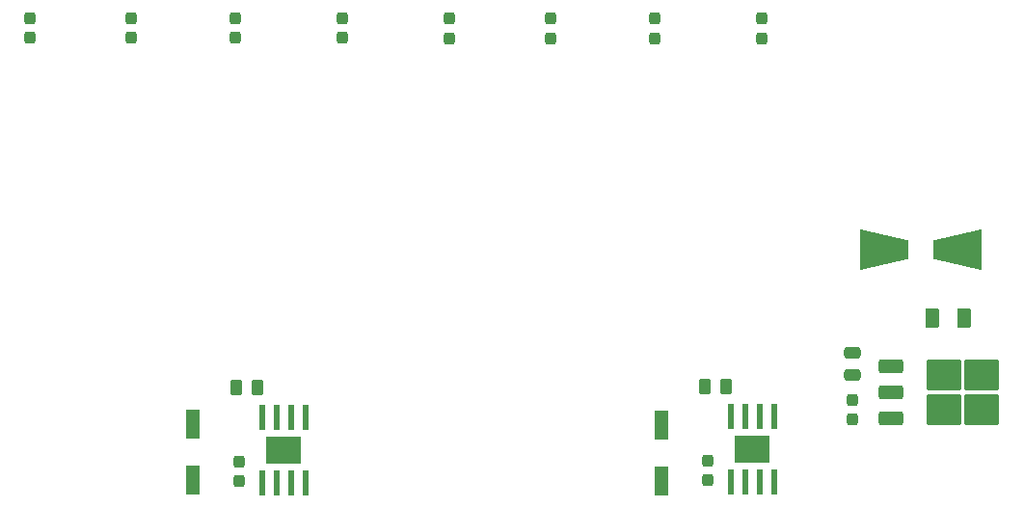
<source format=gtp>
G04 #@! TF.GenerationSoftware,KiCad,Pcbnew,7.0.7*
G04 #@! TF.CreationDate,2024-05-14T17:55:04+07:00*
G04 #@! TF.ProjectId,frankii round 2,6672616e-6b69-4692-9072-6f756e642032,rev?*
G04 #@! TF.SameCoordinates,Original*
G04 #@! TF.FileFunction,Paste,Top*
G04 #@! TF.FilePolarity,Positive*
%FSLAX46Y46*%
G04 Gerber Fmt 4.6, Leading zero omitted, Abs format (unit mm)*
G04 Created by KiCad (PCBNEW 7.0.7) date 2024-05-14 17:55:04*
%MOMM*%
%LPD*%
G01*
G04 APERTURE LIST*
G04 Aperture macros list*
%AMRoundRect*
0 Rectangle with rounded corners*
0 $1 Rounding radius*
0 $2 $3 $4 $5 $6 $7 $8 $9 X,Y pos of 4 corners*
0 Add a 4 corners polygon primitive as box body*
4,1,4,$2,$3,$4,$5,$6,$7,$8,$9,$2,$3,0*
0 Add four circle primitives for the rounded corners*
1,1,$1+$1,$2,$3*
1,1,$1+$1,$4,$5*
1,1,$1+$1,$6,$7*
1,1,$1+$1,$8,$9*
0 Add four rect primitives between the rounded corners*
20,1,$1+$1,$2,$3,$4,$5,0*
20,1,$1+$1,$4,$5,$6,$7,0*
20,1,$1+$1,$6,$7,$8,$9,0*
20,1,$1+$1,$8,$9,$2,$3,0*%
%AMOutline4P*
0 Free polygon, 4 corners , with rotation*
0 The origin of the aperture is its center*
0 number of corners: always 4*
0 $1 to $8 corner X, Y*
0 $9 Rotation angle, in degrees counterclockwise*
0 create outline with 4 corners*
4,1,4,$1,$2,$3,$4,$5,$6,$7,$8,$1,$2,$9*%
G04 Aperture macros list end*
%ADD10Outline4P,-2.150000X-1.800000X2.150000X-0.800000X2.150000X0.800000X-2.150000X1.800000X180.000000*%
%ADD11Outline4P,-2.150000X-1.800000X2.150000X-0.800000X2.150000X0.800000X-2.150000X1.800000X0.000000*%
%ADD12RoundRect,0.250000X-0.850000X-0.350000X0.850000X-0.350000X0.850000X0.350000X-0.850000X0.350000X0*%
%ADD13RoundRect,0.250000X-1.275000X-1.125000X1.275000X-1.125000X1.275000X1.125000X-1.275000X1.125000X0*%
%ADD14RoundRect,0.250000X-0.262500X-0.450000X0.262500X-0.450000X0.262500X0.450000X-0.262500X0.450000X0*%
%ADD15R,3.100000X2.400000*%
%ADD16R,0.500000X2.200000*%
%ADD17RoundRect,0.237500X0.237500X-0.300000X0.237500X0.300000X-0.237500X0.300000X-0.237500X-0.300000X0*%
%ADD18RoundRect,0.250000X0.375000X0.625000X-0.375000X0.625000X-0.375000X-0.625000X0.375000X-0.625000X0*%
%ADD19RoundRect,0.250000X0.262500X0.450000X-0.262500X0.450000X-0.262500X-0.450000X0.262500X-0.450000X0*%
%ADD20R,1.168400X2.616200*%
%ADD21RoundRect,0.250000X-0.475000X0.250000X-0.475000X-0.250000X0.475000X-0.250000X0.475000X0.250000X0*%
G04 APERTURE END LIST*
D10*
X218826000Y-76746000D03*
D11*
X212426000Y-76746000D03*
D12*
X213001000Y-86991000D03*
X213001000Y-89271000D03*
D13*
X217626000Y-87746000D03*
X217626000Y-90796000D03*
X220976000Y-87746000D03*
X220976000Y-90796000D03*
D12*
X213001000Y-91551000D03*
D14*
X155519501Y-88808000D03*
X157344501Y-88808000D03*
D15*
X200787000Y-94241900D03*
D16*
X202692000Y-91366900D03*
X201422000Y-91366900D03*
X200152000Y-91366900D03*
X198882000Y-91366900D03*
X198882000Y-97116900D03*
X200152000Y-97116900D03*
X201422000Y-97116900D03*
X202692000Y-97116900D03*
D17*
X146252000Y-58103100D03*
X146252000Y-56378100D03*
X201624001Y-58137100D03*
X201624001Y-56412100D03*
X196850000Y-96963400D03*
X196850000Y-95238400D03*
X209626000Y-91608500D03*
X209626000Y-89883500D03*
D18*
X219425999Y-82745999D03*
X216625999Y-82745999D03*
D19*
X198492500Y-88734900D03*
X196667500Y-88734900D03*
D20*
X192786000Y-97028001D03*
X192786000Y-92125801D03*
D17*
X137362000Y-58103100D03*
X137362000Y-56378100D03*
D15*
X159639001Y-94315000D03*
D16*
X161544001Y-91440000D03*
X160274001Y-91440000D03*
X159004001Y-91440000D03*
X157734001Y-91440000D03*
X157734001Y-97190000D03*
X159004001Y-97190000D03*
X160274001Y-97190000D03*
X161544001Y-97190000D03*
D20*
X151638001Y-96936001D03*
X151638001Y-92033801D03*
D21*
X209626000Y-85796000D03*
X209626000Y-87696000D03*
D17*
X164794000Y-58103100D03*
X164794000Y-56378100D03*
X192226000Y-58137100D03*
X192226000Y-56412100D03*
X155396000Y-58103100D03*
X155396000Y-56378100D03*
X174191999Y-58137100D03*
X174191999Y-56412100D03*
X155702001Y-97036501D03*
X155702001Y-95311501D03*
X183082000Y-58137100D03*
X183082000Y-56412100D03*
M02*

</source>
